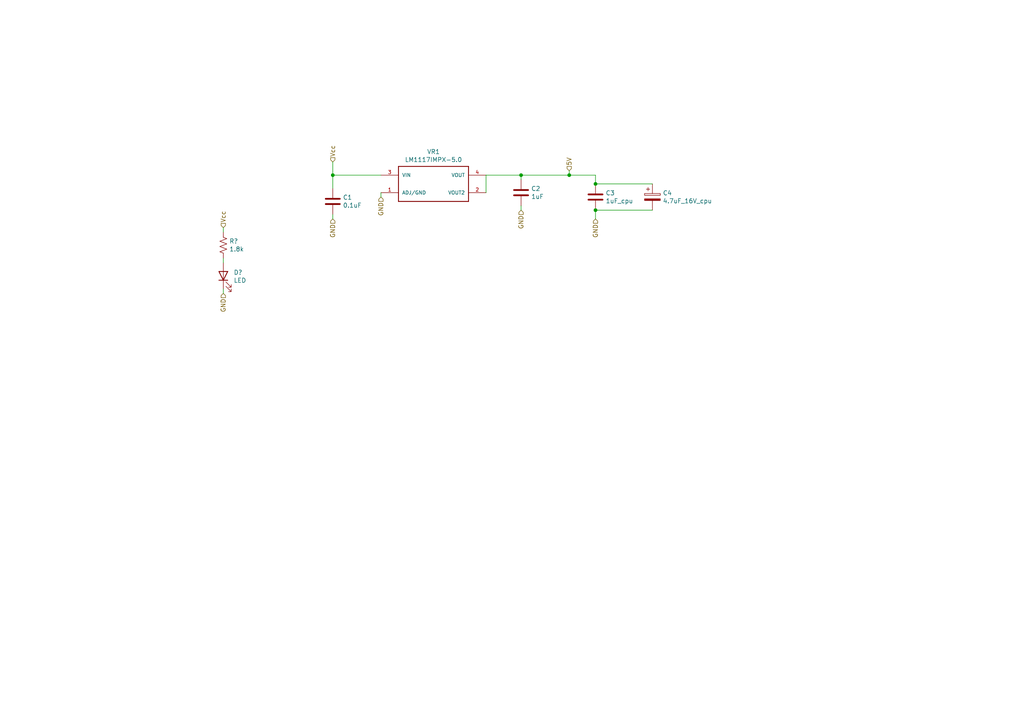
<source format=kicad_sch>
(kicad_sch (version 20211123) (generator eeschema)
  (paper "A4")
  (lib_symbols
    (symbol "Device:C" (pin_numbers hide) (pin_names (offset 0.254))
      (property "Reference" "C" (at 0.635 2.54 0))
      (property "Value" "C" (at 0.635 -2.54 0))
      (symbol "C_0_1"
        (polyline (pts (xy -2.032 -0.762) (xy 2.032 -0.762)) (stroke (width 0.508)))
        (polyline (pts (xy -2.032 0.762) (xy 2.032 0.762)) (stroke (width 0.508)))
      )
      (symbol "C_1_1"
        (pin passive line (at 0 3.81 270) (length 2.794) (name "~") (number "1"))
        (pin passive line (at 0 -3.81 90) (length 2.794) (name "~") (number "2"))
      )
    )
    (symbol "Device:C_Polarized" (pin_numbers hide) (pin_names (offset 0.254))
      (property "Reference" "C" (at 0.635 2.54 0))
      (property "Value" "C_Polarized" (at 0.635 -2.54 0))
      (symbol "C_Polarized_0_1"
        (rectangle (start -2.286 0.508) (end 2.286 1.016))
        (polyline (pts (xy -1.778 2.286) (xy -0.762 2.286)))
        (polyline (pts (xy -1.27 2.794) (xy -1.27 1.778)))
        (rectangle (start 2.286 -0.508) (end -2.286 -1.016) (fill (type outline)))
      )
      (symbol "C_Polarized_1_1"
        (pin passive line (at 0 3.81 270) (length 2.794) (name "~") (number "1"))
        (pin passive line (at 0 -3.81 90) (length 2.794) (name "~") (number "2"))
      )
    )
    (symbol "Device:LED" (pin_numbers hide) (pin_names (offset 1.016) hide)
      (property "Reference" "D" (at 0 2.54 0))
      (property "Value" "LED" (at 0 -2.54 0))
      (symbol "LED_0_1"
        (polyline (pts (xy -1.27 -1.27) (xy -1.27 1.27)) (stroke (width 0.254)))
        (polyline (pts (xy -1.27 0) (xy 1.27 0)))
        (polyline (pts (xy 1.27 -1.27) (xy 1.27 1.27) (xy -1.27 0) (xy 1.27 -1.27)) (stroke (width 0.254)))
        (polyline (pts (xy -3.048 -0.762) (xy -4.572 -2.286) (xy -3.81 -2.286) (xy -4.572 -2.286) (xy -4.572 -1.524)))
        (polyline (pts (xy -1.778 -0.762) (xy -3.302 -2.286) (xy -2.54 -2.286) (xy -3.302 -2.286) (xy -3.302 -1.524)))
      )
      (symbol "LED_1_1"
        (pin passive line (at -3.81 0 0) (length 2.54) (name "K") (number "1"))
        (pin passive line (at 3.81 0 180) (length 2.54) (name "A") (number "2"))
      )
    )
    (symbol "Device:R_US" (pin_numbers hide) (pin_names (offset 0))
      (property "Reference" "R" (at 2.54 0 90))
      (property "Value" "R_US" (at -2.54 0 90))
      (symbol "R_US_0_1"
        (polyline (pts (xy 0 -2.286) (xy 0 -2.54)))
        (polyline (pts (xy 0 2.286) (xy 0 2.54)))
        (polyline (pts (xy 0 -0.762) (xy 1.016 -1.143) (xy 0 -1.524) (xy -1.016 -1.905) (xy 0 -2.286)))
        (polyline (pts (xy 0 0.762) (xy 1.016 0.381) (xy 0 0) (xy -1.016 -0.381) (xy 0 -0.762)))
        (polyline (pts (xy 0 2.286) (xy 1.016 1.905) (xy 0 1.524) (xy -1.016 1.143) (xy 0 0.762)))
      )
      (symbol "R_US_1_1"
        (pin passive line (at 0 3.81 270) (length 1.27) (name "~") (number "1"))
        (pin passive line (at 0 -3.81 90) (length 1.27) (name "~") (number "2"))
      )
    )
    (symbol "LM1117IMPX-5.0:LM1117IMPX-5.0" (pin_names (offset 1.016))
      (property "Reference" "VR" (at -10.16 6.35 0))
      (property "Value" "LM1117IMPX-5.0" (at -10.16 -7.62 0))
      (symbol "LM1117IMPX-5.0_0_0"
        (polyline (pts (xy -10.16 -5.08) (xy 10.16 -5.08)) (stroke (width 0.254)))
        (polyline (pts (xy -10.16 5.08) (xy -10.16 -5.08)) (stroke (width 0.254)))
        (polyline (pts (xy 10.16 -5.08) (xy 10.16 5.08)) (stroke (width 0.254)))
        (polyline (pts (xy 10.16 5.08) (xy -10.16 5.08)) (stroke (width 0.254)))
        (pin input line (at -15.24 -2.54 0) (length 5.08) (name "ADJ/GND") (number "1"))
        (pin output line (at 15.24 -2.54 180) (length 5.08) (name "VOUT2") (number "2"))
        (pin input line (at -15.24 2.54 0) (length 5.08) (name "VIN") (number "3"))
        (pin output line (at 15.24 2.54 180) (length 5.08) (name "VOUT") (number "4"))
      )
    )
  )
  (junction (at 96.52 50.8))
  (junction (at 172.72 53.34))
  (junction (at 165.1 50.8))
  (junction (at 172.72 60.96))
  (junction (at 151.13 50.8))
  (wire (pts (xy 140.97 50.8) (xy 140.97 55.88)))
  (wire (pts (xy 172.72 63.5) (xy 172.72 60.96)))
  (wire (pts (xy 172.72 60.96) (xy 189.23 60.96)))
  (wire (pts (xy 151.13 50.8) (xy 140.97 50.8)))
  (wire (pts (xy 96.52 63.5) (xy 96.52 62.23)))
  (wire (pts (xy 96.52 54.61) (xy 96.52 50.8)))
  (wire (pts (xy 172.72 50.8) (xy 172.72 53.34)))
  (wire (pts (xy 64.77 66.04) (xy 64.77 67.31)))
  (wire (pts (xy 96.52 50.8) (xy 110.49 50.8)))
  (wire (pts (xy 96.52 50.8) (xy 96.52 46.99)))
  (wire (pts (xy 64.77 76.2) (xy 64.77 74.93)))
  (wire (pts (xy 64.77 85.09) (xy 64.77 83.82)))
  (wire (pts (xy 165.1 50.8) (xy 172.72 50.8)))
  (wire (pts (xy 172.72 53.34) (xy 189.23 53.34)))
  (wire (pts (xy 165.1 49.53) (xy 165.1 50.8)))
  (wire (pts (xy 151.13 52.07) (xy 151.13 50.8)))
  (wire (pts (xy 151.13 60.96) (xy 151.13 59.69)))
  (wire (pts (xy 151.13 50.8) (xy 165.1 50.8)))
  (wire (pts (xy 110.49 57.15) (xy 110.49 55.88)))
  (hierarchical_label "GND" (shape input) (at 110.49 57.15 270))
  (hierarchical_label "GND" (shape input) (at 172.72 63.5 270))
  (hierarchical_label "Vcc" (shape input) (at 64.77 66.04 90))
  (hierarchical_label "GND" (shape input) (at 151.13 60.96 270))
  (hierarchical_label "5V" (shape input) (at 165.1 49.53 90))
  (hierarchical_label "GND" (shape input) (at 96.52 63.5 270))
  (hierarchical_label "Vcc" (shape input) (at 96.52 46.99 90))
  (hierarchical_label "GND" (shape input) (at 64.77 85.09 270))
  (symbol (lib_id "Device:R_US") (at 64.77 71.12 0) (unit 1)
    (property "Reference" "R?" (at 66.4972 69.9516 0) (effects (justify left)))
    (property "Value" "1.8k" (at 66.4972 72.263 0) (effects (justify left)))
    (property "Footprint" "Resistor_SMD:R_0603_1608Metric" (effects hide))
  )
  (symbol (lib_id "Device:LED") (at 64.77 80.01 90) (unit 1)
    (property "Reference" "D?" (at 67.7672 79.0194 90) (effects (justify right)))
    (property "Value" "LED" (at 67.7672 81.3308 90) (effects (justify right)))
    (property "Footprint" "LED_SMD:LED_1206_3216Metric" (effects hide))
  )
  (symbol (lib_id "Device:C") (at 96.52 58.42 0) (unit 1)
    (property "Reference" "C1" (at 99.441 57.2516 0) (effects (justify left)))
    (property "Value" "0.1uF" (at 99.441 59.563 0) (effects (justify left)))
    (property "Footprint" "Capacitor_SMD:C_0603_1608Metric" (effects hide))
  )
  (symbol (lib_id "Device:C") (at 151.13 55.88 0) (unit 1)
    (property "Reference" "C2" (at 154.051 54.7116 0) (effects (justify left)))
    (property "Value" "1uF" (at 154.051 57.023 0) (effects (justify left)))
    (property "Footprint" "Capacitor_SMD:C_0603_1608Metric" (effects hide))
  )
  (symbol (lib_id "Device:C") (at 172.72 57.15 0) (unit 1)
    (property "Reference" "C3" (at 175.641 55.9816 0) (effects (justify left)))
    (property "Value" "1uF_cpu" (at 175.641 58.293 0) (effects (justify left)))
    (property "Footprint" "Capacitor_SMD:C_0603_1608Metric" (effects hide))
  )
  (symbol (lib_id "Device:C_Polarized") (at 189.23 57.15 0) (unit 1)
    (property "Reference" "C4" (at 192.2272 55.9816 0) (effects (justify left)))
    (property "Value" "4.7uF_16V_cpu" (at 192.2272 58.293 0) (effects (justify left)))
    (property "Footprint" "Capacitor_Tantalum_SMD:CP_EIA-3216-18_Kemet-A" (effects hide))
  )
  (symbol (lib_id "LM1117IMPX-5.0:LM1117IMPX-5.0") (at 125.73 53.34 0) (unit 1)
    (property "Reference" "VR1" (at 125.73 44.0182 0))
    (property "Value" "LM1117IMPX-5.0" (at 125.73 46.3296 0))
    (property "Footprint" "LM1117IMPX-5:SOT230P700X180-4N" (effects hide))
    (property "Datasheet" "1.80 mm" (effects hide))
    (property "Field4" "O" (effects hide))
    (property "Field5" "IPC 7351B" (effects hide))
    (property "Field6" "Rochester Electronics/Texas Instruments" (effects hide))
  )
)
</source>
